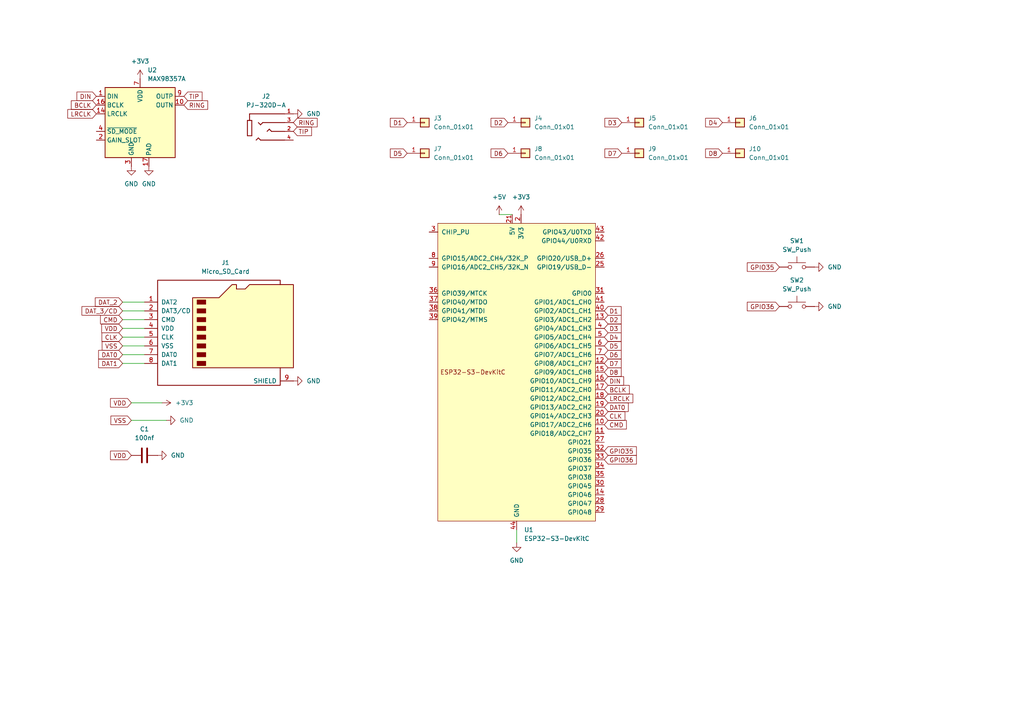
<source format=kicad_sch>
(kicad_sch (version 20250114) (generator "eeschema") (generator_version "9.0")
  (paper "A4")
  (lib_symbols
    (symbol "Audio:MAX98357A"
      (property "Reference" "U" (at -8.89 11.43 0))
      (property "Value" "MAX98357A" (at 10.16 11.43 0))
      (symbol "MAX98357A_1_1"
        (rectangle (start -10.16 10.16) (end 10.16 -10.16) (stroke (width 0.254)) (fill (type background)))
        (pin input line (at -12.7 7.62 0) (length 2.54) (name "DIN") (number "1"))
        (pin input line (at -12.7 5.08 0) (length 2.54) (name "BCLK") (number "16"))
        (pin input line (at -12.7 2.54 0) (length 2.54) (name "LRCLK") (number "14"))
        (pin input line (at -12.7 -2.54 0) (length 2.54) (name "~{SD_MODE}") (number "4"))
        (pin passive line (at -12.7 -5.08 0) (length 2.54) (name "GAIN_SLOT") (number "2"))
        (pin passive line (at -2.54 -12.7 90) (length 2.54) (hide yes) (name "GND") (number "11"))
        (pin passive line (at -2.54 -12.7 90) (length 2.54) (hide yes) (name "GND") (number "15"))
        (pin power_in line (at -2.54 -12.7 90) (length 2.54) (name "GND") (number "3"))
        (pin power_in line (at 0 12.7 270) (length 2.54) (name "VDD") (number "7"))
        (pin passive line (at 0 12.7 270) (length 2.54) (hide yes) (name "VDD") (number "8"))
        (pin unspecified line (at 2.54 -12.7 90) (length 2.54) (name "PAD") (number "17"))
        (pin no_connect line (at 10.16 2.54 180) (length 2.54) (hide yes) (name "NC") (number "5"))
        (pin no_connect line (at 10.16 0 180) (length 2.54) (hide yes) (name "NC") (number "6"))
        (pin no_connect line (at 10.16 -5.08 180) (length 2.54) (hide yes) (name "NC") (number "12"))
        (pin no_connect line (at 10.16 -7.62 180) (length 2.54) (hide yes) (name "NC") (number "13"))
        (pin output line (at 12.7 7.62 180) (length 2.54) (name "OUTP") (number "9"))
        (pin output line (at 12.7 5.08 180) (length 2.54) (name "OUTN") (number "10"))
      )
    )
    (symbol "Connector:Micro_SD_Card" (pin_names (offset 1.016))
      (property "Reference" "J" (at -16.51 15.24 0))
      (property "Value" "Micro_SD_Card" (at 16.51 15.24 0))
      (symbol "Micro_SD_Card_0_1"
        (polyline (pts (xy -8.89 -11.43) (xy -8.89 8.89) (xy -1.27 8.89) (xy 2.54 12.7) (xy 3.81 12.7) (xy 3.81 11.43) (xy 6.35 11.43) (xy 7.62 12.7) (xy 20.32 12.7) (xy 20.32 -11.43) (xy -8.89 -11.43)) (stroke (width 0.254)) (fill (type background)))
        (rectangle (start -7.62 8.255) (end -5.08 6.985) (fill (type outline)))
        (rectangle (start -7.62 5.715) (end -5.08 4.445) (fill (type outline)))
        (rectangle (start -7.62 3.175) (end -5.08 1.905) (fill (type outline)))
        (rectangle (start -7.62 0.635) (end -5.08 -0.635) (fill (type outline)))
        (rectangle (start -7.62 -1.905) (end -5.08 -3.175) (fill (type outline)))
        (rectangle (start -7.62 -4.445) (end -5.08 -5.715) (fill (type outline)))
        (rectangle (start -7.62 -6.985) (end -5.08 -8.255) (fill (type outline)))
        (rectangle (start -7.62 -9.525) (end -5.08 -10.795) (fill (type outline)))
        (polyline (pts (xy 16.51 12.7) (xy 16.51 13.97) (xy -19.05 13.97) (xy -19.05 -16.51) (xy 16.51 -16.51) (xy 16.51 -11.43)) (stroke (width 0.254)))
      )
      (symbol "Micro_SD_Card_1_1"
        (pin bidirectional line (at -22.86 7.62 0) (length 3.81) (name "DAT2") (number "1"))
        (pin bidirectional line (at -22.86 5.08 0) (length 3.81) (name "DAT3/CD") (number "2"))
        (pin input line (at -22.86 2.54 0) (length 3.81) (name "CMD") (number "3"))
        (pin power_in line (at -22.86 0 0) (length 3.81) (name "VDD") (number "4"))
        (pin input line (at -22.86 -2.54 0) (length 3.81) (name "CLK") (number "5"))
        (pin power_in line (at -22.86 -5.08 0) (length 3.81) (name "VSS") (number "6"))
        (pin bidirectional line (at -22.86 -7.62 0) (length 3.81) (name "DAT0") (number "7"))
        (pin bidirectional line (at -22.86 -10.16 0) (length 3.81) (name "DAT1") (number "8"))
        (pin passive line (at 20.32 -15.24 180) (length 3.81) (name "SHIELD") (number "9"))
      )
    )
    (symbol "Connector_Generic:Conn_01x01" (pin_names (offset 1.016) (hide yes))
      (property "Reference" "J" (at 0 2.54 0))
      (property "Value" "Conn_01x01" (at 0 -2.54 0))
      (symbol "Conn_01x01_1_1"
        (rectangle (start -1.27 1.27) (end 1.27 -1.27) (stroke (width 0.254)) (fill (type background)))
        (rectangle (start -1.27 0.127) (end 0 -0.127) (stroke (width 0.1524)))
        (pin passive line (at -5.08 0 0) (length 3.81) (name "Pin_1") (number "1"))
      )
    )
    (symbol "Device:C" (pin_numbers (hide yes)) (pin_names (offset 0.254))
      (property "Reference" "C" (at 0.635 2.54 0))
      (property "Value" "C" (at 0.635 -2.54 0))
      (symbol "C_0_1"
        (polyline (pts (xy -2.032 0.762) (xy 2.032 0.762)) (stroke (width 0.508)))
        (polyline (pts (xy -2.032 -0.762) (xy 2.032 -0.762)) (stroke (width 0.508)))
      )
      (symbol "C_1_1"
        (pin passive line (at 0 3.81 270) (length 2.794) (name "~") (number "1"))
        (pin passive line (at 0 -3.81 90) (length 2.794) (name "~") (number "2"))
      )
    )
    (symbol "Espressif:ESP32-S3-DevKitC" (pin_names (offset 1.016))
      (property "Reference" "U" (at -22.86 48.26 0))
      (property "Value" "ESP32-S3-DevKitC" (at -22.86 45.72 0))
      (symbol "ESP32-S3-DevKitC_0_0"
        (text "ESP32-S3-DevKitC" (at -12.7 0 0) (effects (font (size 1.27 1.27))))
        (pin bidirectional line (at -25.4 15.24 0) (length 2.54) (name "GPIO42/MTMS") (number "39"))
        (pin power_in line (at 0 -45.72 90) (length 2.54) (name "GND") (number "44"))
        (pin bidirectional line (at 25.4 40.64 180) (length 2.54) (name "GPIO43/U0TXD") (number "43"))
        (pin bidirectional line (at 25.4 38.1 180) (length 2.54) (name "GPIO44/U0RXD") (number "42"))
        (pin bidirectional line (at 25.4 20.32 180) (length 2.54) (name "GPIO1/ADC1_CH0") (number "41"))
        (pin bidirectional line (at 25.4 17.78 180) (length 2.54) (name "GPIO2/ADC1_CH1") (number "40"))
        (pin bidirectional line (at 25.4 -10.16 180) (length 2.54) (name "GPIO13/ADC2_CH2") (number "19"))
        (pin bidirectional line (at 25.4 -35.56 180) (length 2.54) (name "GPIO46") (number "14"))
      )
      (symbol "ESP32-S3-DevKitC_0_1"
        (rectangle (start -22.86 43.18) (end 22.86 -43.18) (fill (type background)))
        (pin power_in line (at 1.27 45.72 270) (length 2.54) (name "3V3") (number "2"))
      )
      (symbol "ESP32-S3-DevKitC_1_1"
        (pin input line (at -25.4 40.64 0) (length 2.54) (name "CHIP_PU") (number "3"))
        (pin bidirectional line (at -25.4 33.02 0) (length 2.54) (name "GPIO15/ADC2_CH4/32K_P") (number "8"))
        (pin bidirectional line (at -25.4 30.48 0) (length 2.54) (name "GPIO16/ADC2_CH5/32K_N") (number "9"))
        (pin bidirectional line (at -25.4 22.86 0) (length 2.54) (name "GPIO39/MTCK") (number "36"))
        (pin bidirectional line (at -25.4 20.32 0) (length 2.54) (name "GPIO40/MTDO") (number "37"))
        (pin bidirectional line (at -25.4 17.78 0) (length 2.54) (name "GPIO41/MTDI") (number "38"))
        (pin power_in line (at -1.27 45.72 270) (length 2.54) (name "5V") (number "21"))
        (pin passive line (at 0 -45.72 90) (length 2.54) (hide yes) (name "GND") (number "22"))
        (pin passive line (at 0 -45.72 90) (length 2.54) (hide yes) (name "GND") (number "23"))
        (pin passive line (at 0 -45.72 90) (length 2.54) (hide yes) (name "GND") (number "24"))
        (pin passive line (at 1.27 45.72 270) (length 2.54) (hide yes) (name "3V3") (number "1"))
        (pin bidirectional line (at 25.4 33.02 180) (length 2.54) (name "GPIO20/USB_D+") (number "26"))
        (pin bidirectional line (at 25.4 30.48 180) (length 2.54) (name "GPIO19/USB_D-") (number "25"))
        (pin bidirectional line (at 25.4 22.86 180) (length 2.54) (name "GPIO0") (number "31"))
        (pin bidirectional line (at 25.4 15.24 180) (length 2.54) (name "GPIO3/ADC1_CH2") (number "13"))
        (pin bidirectional line (at 25.4 12.7 180) (length 2.54) (name "GPIO4/ADC1_CH3") (number "4"))
        (pin bidirectional line (at 25.4 10.16 180) (length 2.54) (name "GPIO5/ADC1_CH4") (number "5"))
        (pin bidirectional line (at 25.4 7.62 180) (length 2.54) (name "GPIO6/ADC1_CH5") (number "6"))
        (pin bidirectional line (at 25.4 5.08 180) (length 2.54) (name "GPIO7/ADC1_CH6") (number "7"))
        (pin bidirectional line (at 25.4 2.54 180) (length 2.54) (name "GPIO8/ADC1_CH7") (number "12"))
        (pin bidirectional line (at 25.4 0 180) (length 2.54) (name "GPIO9/ADC1_CH8") (number "15"))
        (pin bidirectional line (at 25.4 -2.54 180) (length 2.54) (name "GPIO10/ADC1_CH9") (number "16"))
        (pin bidirectional line (at 25.4 -5.08 180) (length 2.54) (name "GPIO11/ADC2_CH0") (number "17"))
        (pin bidirectional line (at 25.4 -7.62 180) (length 2.54) (name "GPIO12/ADC2_CH1") (number "18"))
        (pin bidirectional line (at 25.4 -12.7 180) (length 2.54) (name "GPIO14/ADC2_CH3") (number "20"))
        (pin bidirectional line (at 25.4 -15.24 180) (length 2.54) (name "GPIO17/ADC2_CH6") (number "10"))
        (pin bidirectional line (at 25.4 -17.78 180) (length 2.54) (name "GPIO18/ADC2_CH7") (number "11"))
        (pin bidirectional line (at 25.4 -20.32 180) (length 2.54) (name "GPIO21") (number "27"))
        (pin bidirectional line (at 25.4 -22.86 180) (length 2.54) (name "GPIO35") (number "32"))
        (pin bidirectional line (at 25.4 -25.4 180) (length 2.54) (name "GPIO36") (number "33"))
        (pin bidirectional line (at 25.4 -27.94 180) (length 2.54) (name "GPIO37") (number "34"))
        (pin bidirectional line (at 25.4 -30.48 180) (length 2.54) (name "GPIO38") (number "35"))
        (pin bidirectional line (at 25.4 -33.02 180) (length 2.54) (name "GPIO45") (number "30"))
        (pin bidirectional line (at 25.4 -38.1 180) (length 2.54) (name "GPIO47") (number "28"))
        (pin bidirectional line (at 25.4 -40.64 180) (length 2.54) (name "GPIO48") (number "29"))
      )
    )
    (symbol "PJ-320D-A:PJ-320D-A" (pin_names (offset 1.016))
      (property "Reference" "J" (at -5.08 2.54 0))
      (property "Value" "PJ-320D-A" (at -5.08 -10.16 0))
      (symbol "PJ-320D-A_0_0"
        (polyline (pts (xy -5.715 -1.905) (xy -5.08 -1.905)) (stroke (width 0.254)))
        (polyline (pts (xy -5.715 -6.35) (xy -5.715 -1.905)) (stroke (width 0.254)))
        (polyline (pts (xy -5.08 0) (xy -5.08 -1.905)) (stroke (width 0.254)))
        (polyline (pts (xy -5.08 -1.905) (xy -4.445 -1.905)) (stroke (width 0.254)))
        (polyline (pts (xy -4.445 -1.905) (xy -4.445 -6.35)) (stroke (width 0.254)))
        (polyline (pts (xy -4.445 -6.35) (xy -5.715 -6.35)) (stroke (width 0.254)))
        (polyline (pts (xy -2.54 -6.985) (xy -3.175 -7.62)) (stroke (width 0.254)))
        (polyline (pts (xy -1.905 -3.175) (xy -2.54 -2.54)) (stroke (width 0.254)))
        (polyline (pts (xy -1.905 -7.62) (xy -2.54 -6.985)) (stroke (width 0.254)))
        (polyline (pts (xy -1.27 -2.54) (xy -1.905 -3.175)) (stroke (width 0.254)))
        (polyline (pts (xy 0.635 -4.445) (xy 0 -5.08)) (stroke (width 0.254)))
        (polyline (pts (xy 1.27 -5.08) (xy 0.635 -4.445)) (stroke (width 0.254)))
        (polyline (pts (xy 5.08 0) (xy -5.08 0)) (stroke (width 0.254)))
        (polyline (pts (xy 5.08 -2.54) (xy -1.27 -2.54)) (stroke (width 0.254)))
        (polyline (pts (xy 5.08 -5.08) (xy 1.27 -5.08)) (stroke (width 0.254)))
        (polyline (pts (xy 5.08 -7.62) (xy -1.905 -7.62)) (stroke (width 0.254)))
        (pin passive line (at 7.62 0 180) (length 2.54) (name "~") (number "1"))
        (pin passive line (at 7.62 -2.54 180) (length 2.54) (name "~") (number "3"))
        (pin passive line (at 7.62 -5.08 180) (length 2.54) (name "~") (number "2"))
        (pin passive line (at 7.62 -7.62 180) (length 2.54) (name "~") (number "4"))
      )
    )
    (symbol "Switch:SW_Push" (pin_numbers (hide yes)) (pin_names (offset 1.016) (hide yes))
      (property "Reference" "SW" (at 1.27 2.54 0))
      (property "Value" "SW_Push" (at 0 -1.524 0))
      (symbol "SW_Push_0_1"
        (circle (center -2.032 0) (radius 0.508))
        (polyline (pts (xy 0 1.27) (xy 0 3.048)))
        (circle (center 2.032 0) (radius 0.508))
        (polyline (pts (xy 2.54 1.27) (xy -2.54 1.27)))
        (pin passive line (at -5.08 0 0) (length 2.54) (name "1") (number "1"))
        (pin passive line (at 5.08 0 180) (length 2.54) (name "2") (number "2"))
      )
    )
    (symbol "power:+3V3" (power) (pin_numbers (hide yes)) (pin_names (offset 0) (hide yes))
      (property "Value" "+3V3" (at 0 3.556 0))
      (symbol "+3V3_0_1"
        (polyline (pts (xy -0.762 1.27) (xy 0 2.54)))
        (polyline (pts (xy 0 2.54) (xy 0.762 1.27)))
        (polyline (pts (xy 0 0) (xy 0 2.54)))
      )
      (symbol "+3V3_1_1"
        (pin power_in line (at 0 0 90) (length 0) (name "~") (number "1"))
      )
    )
    (symbol "power:+5V" (power) (pin_numbers (hide yes)) (pin_names (offset 0) (hide yes))
      (property "Value" "+5V" (at 0 3.556 0))
      (symbol "+5V_0_1"
        (polyline (pts (xy -0.762 1.27) (xy 0 2.54)))
        (polyline (pts (xy 0 2.54) (xy 0.762 1.27)))
        (polyline (pts (xy 0 0) (xy 0 2.54)))
      )
      (symbol "+5V_1_1"
        (pin power_in line (at 0 0 90) (length 0) (name "~") (number "1"))
      )
    )
    (symbol "power:GND" (power) (pin_numbers (hide yes)) (pin_names (offset 0) (hide yes))
      (property "Value" "GND" (at 0 -3.81 0))
      (symbol "GND_0_1"
        (polyline (pts (xy 0 0) (xy 0 -1.27) (xy 1.27 -1.27) (xy 0 -2.54) (xy -1.27 -1.27) (xy 0 -1.27)))
      )
      (symbol "GND_1_1"
        (pin power_in line (at 0 0 270) (length 0) (name "~") (number "1"))
      )
    )
  )
  (wire (pts (xy 35.56 100.33) (xy 41.91 100.33)))
  (wire (pts (xy 35.56 102.87) (xy 41.91 102.87)))
  (wire (pts (xy 35.56 87.63) (xy 41.91 87.63)))
  (wire (pts (xy 35.56 105.41) (xy 41.91 105.41)))
  (wire (pts (xy 35.56 97.79) (xy 41.91 97.79)))
  (wire (pts (xy 38.1 121.92) (xy 48.26 121.92)))
  (wire (pts (xy 149.86 153.67) (xy 149.86 157.48)))
  (wire (pts (xy 144.78 62.23) (xy 148.59 62.23)))
  (wire (pts (xy 38.1 116.84) (xy 46.99 116.84)))
  (wire (pts (xy 35.56 95.25) (xy 41.91 95.25)))
  (wire (pts (xy 35.56 92.71) (xy 41.91 92.71)))
  (wire (pts (xy 35.56 90.17) (xy 41.91 90.17)))
  (global_label "D2" (shape input) (at 175.26 92.71 0) (property "Intersheetrefs" "${INTERSHEET_REFS}" (effects (hide yes))))
  (global_label "D6" (shape input) (at 175.26 102.87 0) (property "Intersheetrefs" "${INTERSHEET_REFS}" (effects (hide yes))))
  (global_label "DAT_2" (shape input) (at 35.56 87.63 180) (property "Intersheetrefs" "${INTERSHEET_REFS}" (effects (hide yes))))
  (global_label "CLK" (shape input) (at 35.56 97.79 180) (property "Intersheetrefs" "${INTERSHEET_REFS}" (effects (hide yes))))
  (global_label "RING" (shape input) (at 53.34 30.48 0) (property "Intersheetrefs" "${INTERSHEET_REFS}" (effects (hide yes))))
  (global_label "D5" (shape input) (at 118.11 44.45 180) (property "Intersheetrefs" "${INTERSHEET_REFS}" (effects (hide yes))))
  (global_label "D1" (shape input) (at 118.11 35.56 180) (property "Intersheetrefs" "${INTERSHEET_REFS}" (effects (hide yes))))
  (global_label "D4" (shape input) (at 209.55 35.56 180) (property "Intersheetrefs" "${INTERSHEET_REFS}" (effects (hide yes))))
  (global_label "DIN" (shape input) (at 175.26 110.49 0) (property "Intersheetrefs" "${INTERSHEET_REFS}" (effects (hide yes))))
  (global_label "CMD" (shape input) (at 175.26 123.19 0) (property "Intersheetrefs" "${INTERSHEET_REFS}" (effects (hide yes))))
  (global_label "DAT_3{slash}CD" (shape input) (at 35.56 90.17 180) (property "Intersheetrefs" "${INTERSHEET_REFS}" (effects (hide yes))))
  (global_label "VSS" (shape input) (at 38.1 121.92 180) (property "Intersheetrefs" "${INTERSHEET_REFS}" (effects (hide yes))))
  (global_label "GPIO35" (shape input) (at 226.06 77.47 180) (property "Intersheetrefs" "${INTERSHEET_REFS}" (effects (hide yes))))
  (global_label "CMD" (shape input) (at 35.56 92.71 180) (property "Intersheetrefs" "${INTERSHEET_REFS}" (effects (hide yes))))
  (global_label "D3" (shape input) (at 180.34 35.56 180) (property "Intersheetrefs" "${INTERSHEET_REFS}" (effects (hide yes))))
  (global_label "VDD" (shape input) (at 38.1 132.08 180) (property "Intersheetrefs" "${INTERSHEET_REFS}" (effects (hide yes))))
  (global_label "BCLK" (shape input) (at 175.26 113.03 0) (property "Intersheetrefs" "${INTERSHEET_REFS}" (effects (hide yes))))
  (global_label "DAT0" (shape input) (at 175.26 118.11 0) (property "Intersheetrefs" "${INTERSHEET_REFS}" (effects (hide yes))))
  (global_label "VSS" (shape input) (at 35.56 100.33 180) (property "Intersheetrefs" "${INTERSHEET_REFS}" (effects (hide yes))))
  (global_label "GPIO36" (shape input) (at 175.26 133.35 0) (property "Intersheetrefs" "${INTERSHEET_REFS}" (effects (hide yes))))
  (global_label "VDD" (shape input) (at 35.56 95.25 180) (property "Intersheetrefs" "${INTERSHEET_REFS}" (effects (hide yes))))
  (global_label "GPIO35" (shape input) (at 175.26 130.81 0) (property "Intersheetrefs" "${INTERSHEET_REFS}" (effects (hide yes))))
  (global_label "LRCLK" (shape input) (at 175.26 115.57 0) (property "Intersheetrefs" "${INTERSHEET_REFS}" (effects (hide yes))))
  (global_label "D4" (shape input) (at 175.26 97.79 0) (property "Intersheetrefs" "${INTERSHEET_REFS}" (effects (hide yes))))
  (global_label "RING" (shape input) (at 85.09 35.56 0) (property "Intersheetrefs" "${INTERSHEET_REFS}" (effects (hide yes))))
  (global_label "D3" (shape input) (at 175.26 95.25 0) (property "Intersheetrefs" "${INTERSHEET_REFS}" (effects (hide yes))))
  (global_label "D5" (shape input) (at 175.26 100.33 0) (property "Intersheetrefs" "${INTERSHEET_REFS}" (effects (hide yes))))
  (global_label "D1" (shape input) (at 175.26 90.17 0) (property "Intersheetrefs" "${INTERSHEET_REFS}" (effects (hide yes))))
  (global_label "D7" (shape input) (at 180.34 44.45 180) (property "Intersheetrefs" "${INTERSHEET_REFS}" (effects (hide yes))))
  (global_label "LRCLK" (shape input) (at 27.94 33.02 180) (property "Intersheetrefs" "${INTERSHEET_REFS}" (effects (hide yes))))
  (global_label "CLK" (shape input) (at 175.26 120.65 0) (property "Intersheetrefs" "${INTERSHEET_REFS}" (effects (hide yes))))
  (global_label "D8" (shape input) (at 209.55 44.45 180) (property "Intersheetrefs" "${INTERSHEET_REFS}" (effects (hide yes))))
  (global_label "DAT0" (shape input) (at 35.56 102.87 180) (property "Intersheetrefs" "${INTERSHEET_REFS}" (effects (hide yes))))
  (global_label "D6" (shape input) (at 147.32 44.45 180) (property "Intersheetrefs" "${INTERSHEET_REFS}" (effects (hide yes))))
  (global_label "TIP" (shape input) (at 85.09 38.1 0) (property "Intersheetrefs" "${INTERSHEET_REFS}" (effects (hide yes))))
  (global_label "D8" (shape input) (at 175.26 107.95 0) (property "Intersheetrefs" "${INTERSHEET_REFS}" (effects (hide yes))))
  (global_label "D2" (shape input) (at 147.32 35.56 180) (property "Intersheetrefs" "${INTERSHEET_REFS}" (effects (hide yes))))
  (global_label "VDD" (shape input) (at 38.1 116.84 180) (property "Intersheetrefs" "${INTERSHEET_REFS}" (effects (hide yes))))
  (global_label "BCLK" (shape input) (at 27.94 30.48 180) (property "Intersheetrefs" "${INTERSHEET_REFS}" (effects (hide yes))))
  (global_label "DAT1" (shape input) (at 35.56 105.41 180) (property "Intersheetrefs" "${INTERSHEET_REFS}" (effects (hide yes))))
  (global_label "DIN" (shape input) (at 27.94 27.94 180) (property "Intersheetrefs" "${INTERSHEET_REFS}" (effects (hide yes))))
  (global_label "D7" (shape input) (at 175.26 105.41 0) (property "Intersheetrefs" "${INTERSHEET_REFS}" (effects (hide yes))))
  (global_label "TIP" (shape input) (at 53.34 27.94 0) (property "Intersheetrefs" "${INTERSHEET_REFS}" (effects (hide yes))))
  (global_label "GPIO36" (shape input) (at 226.06 88.9 180) (property "Intersheetrefs" "${INTERSHEET_REFS}" (effects (hide yes))))
  (symbol (lib_id "Connector_Generic:Conn_01x01") (at 152.4 44.45 0) (unit 1)
    (property "Reference" "J8" (at 154.94 43.1799 0) (effects (justify left)))
    (property "Value" "Conn_01x01" (at 154.94 45.7199 0) (effects (justify left)))
    (property "Description" "Generic connector, single row, 01x01, script generated (kicad-library-utils/schlib/autogen/connector/)" (effects (hide yes)))
  )
  (symbol (lib_id "Connector_Generic:Conn_01x01") (at 152.4 35.56 0) (unit 1)
    (property "Reference" "J4" (at 154.94 34.2899 0) (effects (justify left)))
    (property "Value" "Conn_01x01" (at 154.94 36.8299 0) (effects (justify left)))
    (property "Description" "Generic connector, single row, 01x01, script generated (kicad-library-utils/schlib/autogen/connector/)" (effects (hide yes)))
  )
  (symbol (lib_id "Connector_Generic:Conn_01x01") (at 185.42 35.56 0) (unit 1)
    (property "Reference" "J5" (at 187.96 34.2899 0) (effects (justify left)))
    (property "Value" "Conn_01x01" (at 187.96 36.8299 0) (effects (justify left)))
    (property "Description" "Generic connector, single row, 01x01, script generated (kicad-library-utils/schlib/autogen/connector/)" (effects (hide yes)))
  )
  (symbol (lib_id "Switch:SW_Push") (at 231.14 88.9 0) (unit 1)
    (property "Reference" "SW2" (at 231.14 81.28 0))
    (property "Value" "SW_Push" (at 231.14 83.82 0))
    (property "Footprint" "Button_Switch_THT:SW_PUSH-12mm_Wuerth-430476085716" (effects (hide yes)))
    (property "Description" "Push button switch, generic, two pins" (effects (hide yes)))
  )
  (symbol (lib_id "power:+5V") (at 144.78 62.23 0) (unit 1)
    (property "Reference" "#PWR07" (effects (hide yes)))
    (property "Value" "+5V" (at 144.78 57.15 0))
    (property "Description" "Power symbol creates a global label with name \"+5V\"" (effects (hide yes)))
  )
  (symbol (lib_id "power:+3V3") (at 46.99 116.84 270) (unit 1)
    (property "Reference" "#PWR02" (effects (hide yes)))
    (property "Value" "+3V3" (at 50.8 116.8399 90) (effects (justify left)))
    (property "Description" "Power symbol creates a global label with name \"+3V3\"" (effects (hide yes)))
  )
  (symbol (lib_id "Audio:MAX98357A") (at 40.64 35.56 0) (unit 1)
    (property "Reference" "U2" (at 42.7833 20.32 0) (effects (justify left)))
    (property "Value" "MAX98357A" (at 42.7833 22.86 0) (effects (justify left)))
    (property "Footprint" "Package_DFN_QFN:TQFN-16-1EP_3x3mm_P0.5mm_EP1.23x1.23mm" (effects (hide yes)))
    (property "Datasheet" "https://www.analog.com/media/en/technical-documentation/data-sheets/MAX98357A-MAX98357B.pdf" (effects (hide yes)))
    (property "Description" "Mono DAC with amplifier, I2S, PCM, TDM, 32-bit, 96khz, 3.2W, TQFP-16" (effects (hide yes)))
  )
  (symbol (lib_id "Connector_Generic:Conn_01x01") (at 185.42 44.45 0) (unit 1)
    (property "Reference" "J9" (at 187.96 43.1799 0) (effects (justify left)))
    (property "Value" "Conn_01x01" (at 187.96 45.7199 0) (effects (justify left)))
    (property "Description" "Generic connector, single row, 01x01, script generated (kicad-library-utils/schlib/autogen/connector/)" (effects (hide yes)))
  )
  (symbol (lib_id "Device:C") (at 41.91 132.08 90) (unit 1)
    (property "Reference" "C1" (at 41.91 124.46 90))
    (property "Value" "100nf" (at 41.91 127 90))
    (property "Footprint" "Capacitor_SMD:C_1812_4532Metric_Pad1.57x3.40mm_HandSolder" (effects (hide yes)))
    (property "Description" "Unpolarized capacitor" (effects (hide yes)))
  )
  (symbol (lib_id "Connector_Generic:Conn_01x01") (at 214.63 44.45 0) (unit 1)
    (property "Reference" "J10" (at 217.17 43.1799 0) (effects (justify left)))
    (property "Value" "Conn_01x01" (at 217.17 45.7199 0) (effects (justify left)))
    (property "Description" "Generic connector, single row, 01x01, script generated (kicad-library-utils/schlib/autogen/connector/)" (effects (hide yes)))
  )
  (symbol (lib_id "power:GND") (at 38.1 48.26 0) (unit 1)
    (property "Reference" "#PWR08" (effects (hide yes)))
    (property "Value" "GND" (at 38.1 53.34 0))
    (property "Description" "Power symbol creates a global label with name \"GND\" , ground" (effects (hide yes)))
  )
  (symbol (lib_id "power:+3V3") (at 40.64 22.86 0) (unit 1)
    (property "Reference" "#PWR012" (effects (hide yes)))
    (property "Value" "+3V3" (at 40.64 17.78 0))
    (property "Description" "Power symbol creates a global label with name \"+3V3\"" (effects (hide yes)))
  )
  (symbol (lib_id "Connector:Micro_SD_Card") (at 64.77 95.25 0) (unit 1)
    (property "Reference" "J1" (at 65.405 76.2 0))
    (property "Value" "Micro_SD_Card" (at 65.405 78.74 0))
    (property "Footprint" "Connector_Card:microSD_HC_Molex_47219-2001" (effects (hide yes)))
    (property "Datasheet" "https://www.we-online.com/components/products/datasheet/693072010801.pdf" (effects (hide yes)))
    (property "Description" "Micro SD Card Socket" (effects (hide yes)))
  )
  (symbol (lib_id "power:GND") (at 85.09 33.02 90) (unit 1)
    (property "Reference" "#PWR09" (effects (hide yes)))
    (property "Value" "GND" (at 88.9 33.0199 90) (effects (justify right)))
    (property "Description" "Power symbol creates a global label with name \"GND\" , ground" (effects (hide yes)))
  )
  (symbol (lib_id "power:+3V3") (at 151.13 62.23 0) (unit 1)
    (property "Reference" "#PWR06" (effects (hide yes)))
    (property "Value" "+3V3" (at 151.13 57.15 0))
    (property "Description" "Power symbol creates a global label with name \"+3V3\"" (effects (hide yes)))
  )
  (symbol (lib_id "power:GND") (at 48.26 121.92 90) (unit 1)
    (property "Reference" "#PWR03" (effects (hide yes)))
    (property "Value" "GND" (at 52.07 121.9199 90) (effects (justify right)))
    (property "Description" "Power symbol creates a global label with name \"GND\" , ground" (effects (hide yes)))
  )
  (symbol (lib_id "power:GND") (at 85.09 110.49 90) (unit 1)
    (property "Reference" "#PWR010" (effects (hide yes)))
    (property "Value" "GND" (at 88.9 110.4899 90) (effects (justify right)))
    (property "Description" "Power symbol creates a global label with name \"GND\" , ground" (effects (hide yes)))
  )
  (symbol (lib_id "PJ-320D-A:PJ-320D-A") (at 77.47 33.02 0) (unit 1)
    (property "Reference" "J2" (at 77.1525 27.94 0))
    (property "Value" "PJ-320D-A" (at 77.1525 30.48 0))
    (property "Footprint" "PJ-320D-A:HRO_PJ-320D-A" (effects (hide yes)))
    (property "MF" "HRO Electronics Co., Ltd." (effects (hide yes)))
    (property "MAXIMUM_PACKAGE_HEIGHT" "5 mm" (effects (hide yes)))
    (property "Package" "Package" (effects (hide yes)))
    (property "Price" "None" (effects (hide yes)))
    (property "Check_prices" "https://www.snapeda.com/parts/PJ-320D-A/HRO+Electronics+Co.%252C+Ltd./view-part/?ref=eda" (effects (hide yes)))
    (property "STANDARD" "Manufacturer Recommendations" (effects (hide yes)))
    (property "PARTREV" "B" (effects (hide yes)))
    (property "SnapEDA_Link" "https://www.snapeda.com/parts/PJ-320D-A/HRO+Electronics+Co.%252C+Ltd./view-part/?ref=snap" (effects (hide yes)))
    (property "MP" "PJ-320D-A" (effects (hide yes)))
    (property "Description_1" "Headphone jack 0.5A 30V DC 100 mΩ" (effects (hide yes)))
    (property "Availability" "Not in stock" (effects (hide yes)))
    (property "MANUFACTURER" "HRO Electronics Co, Ltd" (effects (hide yes)))
  )
  (symbol (lib_id "power:GND") (at 236.22 77.47 90) (unit 1)
    (property "Reference" "#PWR04" (effects (hide yes)))
    (property "Value" "GND" (at 240.03 77.4699 90) (effects (justify right)))
    (property "Description" "Power symbol creates a global label with name \"GND\" , ground" (effects (hide yes)))
  )
  (symbol (lib_id "Connector_Generic:Conn_01x01") (at 123.19 35.56 0) (unit 1)
    (property "Reference" "J3" (at 125.73 34.2899 0) (effects (justify left)))
    (property "Value" "Conn_01x01" (at 125.73 36.8299 0) (effects (justify left)))
    (property "Description" "Generic connector, single row, 01x01, script generated (kicad-library-utils/schlib/autogen/connector/)" (effects (hide yes)))
  )
  (symbol (lib_id "Espressif:ESP32-S3-DevKitC") (at 149.86 107.95 0) (unit 1)
    (property "Reference" "U1" (at 152.0033 153.67 0) (effects (justify left)))
    (property "Value" "ESP32-S3-DevKitC" (at 152.0033 156.21 0) (effects (justify left)))
    (property "Footprint" "Espressif:ESP32-S2-DevKitC-1" (effects (hide yes)))
    (property "Description" "ESP32-S3-DevKitC" (effects (hide yes)))
  )
  (symbol (lib_id "Connector_Generic:Conn_01x01") (at 123.19 44.45 0) (unit 1)
    (property "Reference" "J7" (at 125.73 43.1799 0) (effects (justify left)))
    (property "Value" "Conn_01x01" (at 125.73 45.7199 0) (effects (justify left)))
    (property "Description" "Generic connector, single row, 01x01, script generated (kicad-library-utils/schlib/autogen/connector/)" (effects (hide yes)))
  )
  (symbol (lib_id "Switch:SW_Push") (at 231.14 77.47 0) (unit 1)
    (property "Reference" "SW1" (at 231.14 69.85 0))
    (property "Value" "SW_Push" (at 231.14 72.39 0))
    (property "Footprint" "Button_Switch_THT:SW_PUSH-12mm_Wuerth-430476085716" (effects (hide yes)))
    (property "Description" "Push button switch, generic, two pins" (effects (hide yes)))
  )
  (symbol (lib_id "power:GND") (at 45.72 132.08 90) (unit 1)
    (property "Reference" "#PWR011" (effects (hide yes)))
    (property "Value" "GND" (at 49.53 132.0799 90) (effects (justify right)))
    (property "Description" "Power symbol creates a global label with name \"GND\" , ground" (effects (hide yes)))
  )
  (symbol (lib_id "power:GND") (at 149.86 157.48 0) (unit 1)
    (property "Reference" "#PWR01" (effects (hide yes)))
    (property "Value" "GND" (at 149.86 162.56 0))
    (property "Description" "Power symbol creates a global label with name \"GND\" , ground" (effects (hide yes)))
  )
  (symbol (lib_id "power:GND") (at 236.22 88.9 90) (unit 1)
    (property "Reference" "#PWR05" (effects (hide yes)))
    (property "Value" "GND" (at 240.03 88.8999 90) (effects (justify right)))
    (property "Description" "Power symbol creates a global label with name \"GND\" , ground" (effects (hide yes)))
  )
  (symbol (lib_id "Connector_Generic:Conn_01x01") (at 214.63 35.56 0) (unit 1)
    (property "Reference" "J6" (at 217.17 34.2899 0) (effects (justify left)))
    (property "Value" "Conn_01x01" (at 217.17 36.8299 0) (effects (justify left)))
    (property "Description" "Generic connector, single row, 01x01, script generated (kicad-library-utils/schlib/autogen/connector/)" (effects (hide yes)))
  )
  (symbol (lib_id "power:GND") (at 43.18 48.26 0) (unit 1)
    (property "Reference" "#PWR013" (effects (hide yes)))
    (property "Value" "GND" (at 43.18 53.34 0))
    (property "Description" "Power symbol creates a global label with name \"GND\" , ground" (effects (hide yes)))
  )
)
</source>
